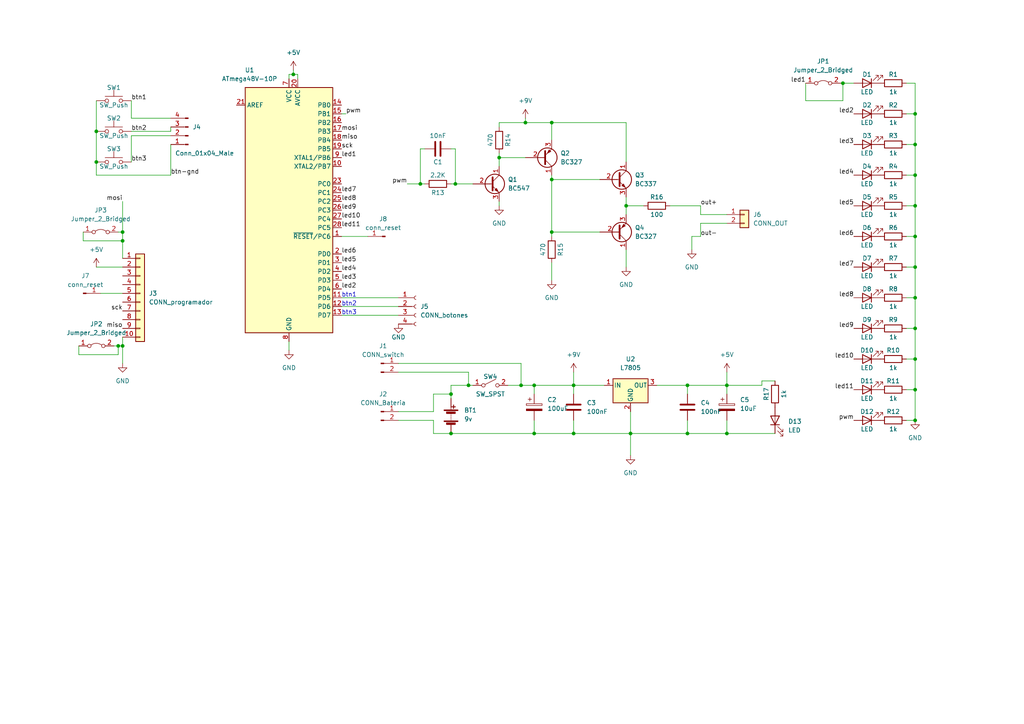
<source format=kicad_sch>
(kicad_sch (version 20211123) (generator eeschema)
  (paper "A4")
  (lib_symbols
    (symbol "Connector:Conn_01x01_Male" (pin_names (offset 1.016) hide)
      (property "Reference" "J" (at 0 2.54 0))
      (property "Value" "Conn_01x01_Male" (at 0 -2.54 0))
      (symbol "Conn_01x01_Male_1_1"
        (polyline (pts (xy 1.27 0) (xy 0.8636 0)) (stroke (width 0.1524)))
        (rectangle (start 0.8636 0.127) (end 0 -0.127) (stroke (width 0.1524)) (fill (type outline)))
        (pin passive line (at 5.08 0 180) (length 3.81) (name "Pin_1") (number "1"))
      )
    )
    (symbol "Connector:Conn_01x02_Male" (pin_names (offset 1.016) hide)
      (property "Reference" "J" (at 0 2.54 0))
      (property "Value" "Conn_01x02_Male" (at 0 -5.08 0))
      (symbol "Conn_01x02_Male_1_1"
        (polyline (pts (xy 1.27 -2.54) (xy 0.8636 -2.54)) (stroke (width 0.1524)))
        (polyline (pts (xy 1.27 0) (xy 0.8636 0)) (stroke (width 0.1524)))
        (rectangle (start 0.8636 -2.413) (end 0 -2.667) (stroke (width 0.1524)) (fill (type outline)))
        (rectangle (start 0.8636 0.127) (end 0 -0.127) (stroke (width 0.1524)) (fill (type outline)))
        (pin passive line (at 5.08 0 180) (length 3.81) (name "Pin_1") (number "1"))
        (pin passive line (at 5.08 -2.54 180) (length 3.81) (name "Pin_2") (number "2"))
      )
    )
    (symbol "Connector:Conn_01x04_Female" (pin_names (offset 1.016) hide)
      (property "Reference" "J" (at 0 5.08 0))
      (property "Value" "Conn_01x04_Female" (at 0 -7.62 0))
      (symbol "Conn_01x04_Female_1_1"
        (arc (start 0 -4.572) (mid -0.508 -5.08) (end 0 -5.588) (stroke (width 0.1524)))
        (arc (start 0 -2.032) (mid -0.508 -2.54) (end 0 -3.048) (stroke (width 0.1524)))
        (polyline (pts (xy -1.27 -5.08) (xy -0.508 -5.08)) (stroke (width 0.1524)))
        (polyline (pts (xy -1.27 -2.54) (xy -0.508 -2.54)) (stroke (width 0.1524)))
        (polyline (pts (xy -1.27 0) (xy -0.508 0)) (stroke (width 0.1524)))
        (polyline (pts (xy -1.27 2.54) (xy -0.508 2.54)) (stroke (width 0.1524)))
        (arc (start 0 0.508) (mid -0.508 0) (end 0 -0.508) (stroke (width 0.1524)))
        (arc (start 0 3.048) (mid -0.508 2.54) (end 0 2.032) (stroke (width 0.1524)))
        (pin passive line (at -5.08 2.54 0) (length 3.81) (name "Pin_1") (number "1"))
        (pin passive line (at -5.08 0 0) (length 3.81) (name "Pin_2") (number "2"))
        (pin passive line (at -5.08 -2.54 0) (length 3.81) (name "Pin_3") (number "3"))
        (pin passive line (at -5.08 -5.08 0) (length 3.81) (name "Pin_4") (number "4"))
      )
    )
    (symbol "Connector:Conn_01x04_Male" (pin_names (offset 1.016) hide)
      (property "Reference" "J" (at 0 5.08 0))
      (property "Value" "Conn_01x04_Male" (at 0 -7.62 0))
      (symbol "Conn_01x04_Male_1_1"
        (polyline (pts (xy 1.27 -5.08) (xy 0.8636 -5.08)) (stroke (width 0.1524)))
        (polyline (pts (xy 1.27 -2.54) (xy 0.8636 -2.54)) (stroke (width 0.1524)))
        (polyline (pts (xy 1.27 0) (xy 0.8636 0)) (stroke (width 0.1524)))
        (polyline (pts (xy 1.27 2.54) (xy 0.8636 2.54)) (stroke (width 0.1524)))
        (rectangle (start 0.8636 -4.953) (end 0 -5.207) (stroke (width 0.1524)) (fill (type outline)))
        (rectangle (start 0.8636 -2.413) (end 0 -2.667) (stroke (width 0.1524)) (fill (type outline)))
        (rectangle (start 0.8636 0.127) (end 0 -0.127) (stroke (width 0.1524)) (fill (type outline)))
        (rectangle (start 0.8636 2.667) (end 0 2.413) (stroke (width 0.1524)) (fill (type outline)))
        (pin passive line (at 5.08 2.54 180) (length 3.81) (name "Pin_1") (number "1"))
        (pin passive line (at 5.08 0 180) (length 3.81) (name "Pin_2") (number "2"))
        (pin passive line (at 5.08 -2.54 180) (length 3.81) (name "Pin_3") (number "3"))
        (pin passive line (at 5.08 -5.08 180) (length 3.81) (name "Pin_4") (number "4"))
      )
    )
    (symbol "Connector_Generic:Conn_01x02" (pin_names (offset 1.016) hide)
      (property "Reference" "J" (at 0 2.54 0))
      (property "Value" "Conn_01x02" (at 0 -5.08 0))
      (symbol "Conn_01x02_1_1"
        (rectangle (start -1.27 -2.413) (end 0 -2.667) (stroke (width 0.1524)))
        (rectangle (start -1.27 0.127) (end 0 -0.127) (stroke (width 0.1524)))
        (rectangle (start -1.27 1.27) (end 1.27 -3.81) (stroke (width 0.254)) (fill (type background)))
        (pin passive line (at -5.08 0 0) (length 3.81) (name "Pin_1") (number "1"))
        (pin passive line (at -5.08 -2.54 0) (length 3.81) (name "Pin_2") (number "2"))
      )
    )
    (symbol "Connector_Generic:Conn_01x10" (pin_names (offset 1.016) hide)
      (property "Reference" "J" (at 0 12.7 0))
      (property "Value" "Conn_01x10" (at 0 -15.24 0))
      (symbol "Conn_01x10_1_1"
        (rectangle (start -1.27 -12.573) (end 0 -12.827) (stroke (width 0.1524)))
        (rectangle (start -1.27 -10.033) (end 0 -10.287) (stroke (width 0.1524)))
        (rectangle (start -1.27 -7.493) (end 0 -7.747) (stroke (width 0.1524)))
        (rectangle (start -1.27 -4.953) (end 0 -5.207) (stroke (width 0.1524)))
        (rectangle (start -1.27 -2.413) (end 0 -2.667) (stroke (width 0.1524)))
        (rectangle (start -1.27 0.127) (end 0 -0.127) (stroke (width 0.1524)))
        (rectangle (start -1.27 2.667) (end 0 2.413) (stroke (width 0.1524)))
        (rectangle (start -1.27 5.207) (end 0 4.953) (stroke (width 0.1524)))
        (rectangle (start -1.27 7.747) (end 0 7.493) (stroke (width 0.1524)))
        (rectangle (start -1.27 10.287) (end 0 10.033) (stroke (width 0.1524)))
        (rectangle (start -1.27 11.43) (end 1.27 -13.97) (stroke (width 0.254)) (fill (type background)))
        (pin passive line (at -5.08 10.16 0) (length 3.81) (name "Pin_1") (number "1"))
        (pin passive line (at -5.08 -12.7 0) (length 3.81) (name "Pin_10") (number "10"))
        (pin passive line (at -5.08 7.62 0) (length 3.81) (name "Pin_2") (number "2"))
        (pin passive line (at -5.08 5.08 0) (length 3.81) (name "Pin_3") (number "3"))
        (pin passive line (at -5.08 2.54 0) (length 3.81) (name "Pin_4") (number "4"))
        (pin passive line (at -5.08 0 0) (length 3.81) (name "Pin_5") (number "5"))
        (pin passive line (at -5.08 -2.54 0) (length 3.81) (name "Pin_6") (number "6"))
        (pin passive line (at -5.08 -5.08 0) (length 3.81) (name "Pin_7") (number "7"))
        (pin passive line (at -5.08 -7.62 0) (length 3.81) (name "Pin_8") (number "8"))
        (pin passive line (at -5.08 -10.16 0) (length 3.81) (name "Pin_9") (number "9"))
      )
    )
    (symbol "Device:Battery" (pin_numbers hide) (pin_names (offset 0) hide)
      (property "Reference" "BT" (at 2.54 2.54 0))
      (property "Value" "Battery" (at 2.54 0 0))
      (symbol "Battery_0_1"
        (rectangle (start -2.032 -1.397) (end 2.032 -1.651) (fill (type outline)))
        (rectangle (start -2.032 1.778) (end 2.032 1.524) (fill (type outline)))
        (rectangle (start -1.3208 -1.9812) (end 1.27 -2.4892) (fill (type outline)))
        (rectangle (start -1.3208 1.1938) (end 1.27 0.6858) (fill (type outline)))
        (polyline (pts (xy 0 -1.524) (xy 0 -1.27)))
        (polyline (pts (xy 0 -1.016) (xy 0 -0.762)))
        (polyline (pts (xy 0 -0.508) (xy 0 -0.254)))
        (polyline (pts (xy 0 0) (xy 0 0.254)))
        (polyline (pts (xy 0 0.508) (xy 0 0.762)))
        (polyline (pts (xy 0 1.778) (xy 0 2.54)))
        (polyline (pts (xy 0.254 2.667) (xy 1.27 2.667)) (stroke (width 0.254)))
        (polyline (pts (xy 0.762 3.175) (xy 0.762 2.159)) (stroke (width 0.254)))
      )
      (symbol "Battery_1_1"
        (pin passive line (at 0 5.08 270) (length 2.54) (name "+") (number "1"))
        (pin passive line (at 0 -5.08 90) (length 2.54) (name "-") (number "2"))
      )
    )
    (symbol "Device:C" (pin_numbers hide) (pin_names (offset 0.254))
      (property "Reference" "C" (at 0.635 2.54 0))
      (property "Value" "C" (at 0.635 -2.54 0))
      (symbol "C_0_1"
        (polyline (pts (xy -2.032 -0.762) (xy 2.032 -0.762)) (stroke (width 0.508)))
        (polyline (pts (xy -2.032 0.762) (xy 2.032 0.762)) (stroke (width 0.508)))
      )
      (symbol "C_1_1"
        (pin passive line (at 0 3.81 270) (length 2.794) (name "~") (number "1"))
        (pin passive line (at 0 -3.81 90) (length 2.794) (name "~") (number "2"))
      )
    )
    (symbol "Device:C_Polarized" (pin_numbers hide) (pin_names (offset 0.254))
      (property "Reference" "C" (at 0.635 2.54 0))
      (property "Value" "C_Polarized" (at 0.635 -2.54 0))
      (symbol "C_Polarized_0_1"
        (rectangle (start -2.286 0.508) (end 2.286 1.016))
        (polyline (pts (xy -1.778 2.286) (xy -0.762 2.286)))
        (polyline (pts (xy -1.27 2.794) (xy -1.27 1.778)))
        (rectangle (start 2.286 -0.508) (end -2.286 -1.016) (fill (type outline)))
      )
      (symbol "C_Polarized_1_1"
        (pin passive line (at 0 3.81 270) (length 2.794) (name "~") (number "1"))
        (pin passive line (at 0 -3.81 90) (length 2.794) (name "~") (number "2"))
      )
    )
    (symbol "Device:LED" (pin_numbers hide) (pin_names (offset 1.016) hide)
      (property "Reference" "D" (at 0 2.54 0))
      (property "Value" "LED" (at 0 -2.54 0))
      (symbol "LED_0_1"
        (polyline (pts (xy -1.27 -1.27) (xy -1.27 1.27)) (stroke (width 0.254)))
        (polyline (pts (xy -1.27 0) (xy 1.27 0)))
        (polyline (pts (xy 1.27 -1.27) (xy 1.27 1.27) (xy -1.27 0) (xy 1.27 -1.27)) (stroke (width 0.254)))
        (polyline (pts (xy -3.048 -0.762) (xy -4.572 -2.286) (xy -3.81 -2.286) (xy -4.572 -2.286) (xy -4.572 -1.524)))
        (polyline (pts (xy -1.778 -0.762) (xy -3.302 -2.286) (xy -2.54 -2.286) (xy -3.302 -2.286) (xy -3.302 -1.524)))
      )
      (symbol "LED_1_1"
        (pin passive line (at -3.81 0 0) (length 2.54) (name "K") (number "1"))
        (pin passive line (at 3.81 0 180) (length 2.54) (name "A") (number "2"))
      )
    )
    (symbol "Device:R" (pin_numbers hide) (pin_names (offset 0))
      (property "Reference" "R" (at 2.032 0 90))
      (property "Value" "R" (at 0 0 90))
      (symbol "R_0_1"
        (rectangle (start -1.016 -2.54) (end 1.016 2.54) (stroke (width 0.254)))
      )
      (symbol "R_1_1"
        (pin passive line (at 0 3.81 270) (length 1.27) (name "~") (number "1"))
        (pin passive line (at 0 -3.81 90) (length 1.27) (name "~") (number "2"))
      )
    )
    (symbol "Jumper:Jumper_2_Bridged" (pin_names (offset 0) hide)
      (property "Reference" "JP" (at 0 1.905 0))
      (property "Value" "Jumper_2_Bridged" (at 0 -2.54 0))
      (symbol "Jumper_2_Bridged_0_0"
        (circle (center -2.032 0) (radius 0.508))
        (circle (center 2.032 0) (radius 0.508))
      )
      (symbol "Jumper_2_Bridged_0_1"
        (arc (start 1.524 0.254) (mid 0 0.762) (end -1.524 0.254))
      )
      (symbol "Jumper_2_Bridged_1_1"
        (pin passive line (at -5.08 0 0) (length 2.54) (name "A") (number "1"))
        (pin passive line (at 5.08 0 180) (length 2.54) (name "B") (number "2"))
      )
    )
    (symbol "MCU_Microchip_ATmega:ATmega48V-10P"
      (property "Reference" "U" (at -12.7 36.83 0))
      (property "Value" "ATmega48V-10P" (at 2.54 -36.83 0))
      (symbol "ATmega48V-10P_0_1"
        (rectangle (start -12.7 -35.56) (end 12.7 35.56) (stroke (width 0.254)) (fill (type background)))
      )
      (symbol "ATmega48V-10P_1_1"
        (pin bidirectional line (at 15.24 -7.62 180) (length 2.54) (name "~{RESET}/PC6") (number "1"))
        (pin bidirectional line (at 15.24 12.7 180) (length 2.54) (name "XTAL2/PB7") (number "10"))
        (pin bidirectional line (at 15.24 -25.4 180) (length 2.54) (name "PD5") (number "11"))
        (pin bidirectional line (at 15.24 -27.94 180) (length 2.54) (name "PD6") (number "12"))
        (pin bidirectional line (at 15.24 -30.48 180) (length 2.54) (name "PD7") (number "13"))
        (pin bidirectional line (at 15.24 30.48 180) (length 2.54) (name "PB0") (number "14"))
        (pin bidirectional line (at 15.24 27.94 180) (length 2.54) (name "PB1") (number "15"))
        (pin bidirectional line (at 15.24 25.4 180) (length 2.54) (name "PB2") (number "16"))
        (pin bidirectional line (at 15.24 22.86 180) (length 2.54) (name "PB3") (number "17"))
        (pin bidirectional line (at 15.24 20.32 180) (length 2.54) (name "PB4") (number "18"))
        (pin bidirectional line (at 15.24 17.78 180) (length 2.54) (name "PB5") (number "19"))
        (pin bidirectional line (at 15.24 -12.7 180) (length 2.54) (name "PD0") (number "2"))
        (pin power_in line (at 2.54 38.1 270) (length 2.54) (name "AVCC") (number "20"))
        (pin passive line (at -15.24 30.48 0) (length 2.54) (name "AREF") (number "21"))
        (pin passive line (at 0 -38.1 90) (length 2.54) hide (name "GND") (number "22"))
        (pin bidirectional line (at 15.24 7.62 180) (length 2.54) (name "PC0") (number "23"))
        (pin bidirectional line (at 15.24 5.08 180) (length 2.54) (name "PC1") (number "24"))
        (pin bidirectional line (at 15.24 2.54 180) (length 2.54) (name "PC2") (number "25"))
        (pin bidirectional line (at 15.24 0 180) (length 2.54) (name "PC3") (number "26"))
        (pin bidirectional line (at 15.24 -2.54 180) (length 2.54) (name "PC4") (number "27"))
        (pin bidirectional line (at 15.24 -5.08 180) (length 2.54) (name "PC5") (number "28"))
        (pin bidirectional line (at 15.24 -15.24 180) (length 2.54) (name "PD1") (number "3"))
        (pin bidirectional line (at 15.24 -17.78 180) (length 2.54) (name "PD2") (number "4"))
        (pin bidirectional line (at 15.24 -20.32 180) (length 2.54) (name "PD3") (number "5"))
        (pin bidirectional line (at 15.24 -22.86 180) (length 2.54) (name "PD4") (number "6"))
        (pin power_in line (at 0 38.1 270) (length 2.54) (name "VCC") (number "7"))
        (pin power_in line (at 0 -38.1 90) (length 2.54) (name "GND") (number "8"))
        (pin bidirectional line (at 15.24 15.24 180) (length 2.54) (name "XTAL1/PB6") (number "9"))
      )
    )
    (symbol "Regulator_Linear:L7805" (pin_names (offset 0.254))
      (property "Reference" "U" (at -3.81 3.175 0))
      (property "Value" "L7805" (at 0 3.175 0))
      (symbol "L7805_0_1"
        (rectangle (start -5.08 1.905) (end 5.08 -5.08) (stroke (width 0.254)) (fill (type background)))
      )
      (symbol "L7805_1_1"
        (pin power_in line (at -7.62 0 0) (length 2.54) (name "IN") (number "1"))
        (pin power_in line (at 0 -7.62 90) (length 2.54) (name "GND") (number "2"))
        (pin power_out line (at 7.62 0 180) (length 2.54) (name "OUT") (number "3"))
      )
    )
    (symbol "Switch:SW_Push" (pin_numbers hide) (pin_names (offset 1.016) hide)
      (property "Reference" "SW" (at 1.27 2.54 0))
      (property "Value" "SW_Push" (at 0 -1.524 0))
      (symbol "SW_Push_0_1"
        (circle (center -2.032 0) (radius 0.508))
        (polyline (pts (xy 0 1.27) (xy 0 3.048)))
        (polyline (pts (xy 2.54 1.27) (xy -2.54 1.27)))
        (circle (center 2.032 0) (radius 0.508))
        (pin passive line (at -5.08 0 0) (length 2.54) (name "1") (number "1"))
        (pin passive line (at 5.08 0 180) (length 2.54) (name "2") (number "2"))
      )
    )
    (symbol "Switch:SW_SPST" (pin_names (offset 0) hide)
      (property "Reference" "SW" (at 0 3.175 0))
      (property "Value" "SW_SPST" (at 0 -2.54 0))
      (symbol "SW_SPST_0_0"
        (circle (center -2.032 0) (radius 0.508))
        (polyline (pts (xy -1.524 0.254) (xy 1.524 1.778)))
        (circle (center 2.032 0) (radius 0.508))
      )
      (symbol "SW_SPST_1_1"
        (pin passive line (at -5.08 0 0) (length 2.54) (name "A") (number "1"))
        (pin passive line (at 5.08 0 180) (length 2.54) (name "B") (number "2"))
      )
    )
    (symbol "Transistor_BJT:BC327" (pin_names (offset 0) hide)
      (property "Reference" "Q" (at 5.08 1.905 0))
      (property "Value" "BC327" (at 5.08 0 0))
      (symbol "BC327_0_1"
        (polyline (pts (xy 0.635 0.635) (xy 2.54 2.54)))
        (polyline (pts (xy 0.635 -0.635) (xy 2.54 -2.54) (xy 2.54 -2.54)))
        (polyline (pts (xy 0.635 1.905) (xy 0.635 -1.905) (xy 0.635 -1.905)) (stroke (width 0.508)))
        (polyline (pts (xy 2.286 -1.778) (xy 1.778 -2.286) (xy 1.27 -1.27) (xy 2.286 -1.778) (xy 2.286 -1.778)) (fill (type outline)))
        (circle (center 1.27 0) (radius 2.8194) (stroke (width 0.254)))
      )
      (symbol "BC327_1_1"
        (pin passive line (at 2.54 5.08 270) (length 2.54) (name "C") (number "1"))
        (pin input line (at -5.08 0 0) (length 5.715) (name "B") (number "2"))
        (pin passive line (at 2.54 -5.08 90) (length 2.54) (name "E") (number "3"))
      )
    )
    (symbol "Transistor_BJT:BC337" (pin_names (offset 0) hide)
      (property "Reference" "Q" (at 5.08 1.905 0))
      (property "Value" "BC337" (at 5.08 0 0))
      (symbol "BC337_0_1"
        (polyline (pts (xy 0 0) (xy 0.635 0)))
        (polyline (pts (xy 0.635 0.635) (xy 2.54 2.54)))
        (polyline (pts (xy 0.635 -0.635) (xy 2.54 -2.54) (xy 2.54 -2.54)))
        (polyline (pts (xy 0.635 1.905) (xy 0.635 -1.905) (xy 0.635 -1.905)) (stroke (width 0.508)))
        (polyline (pts (xy 1.27 -1.778) (xy 1.778 -1.27) (xy 2.286 -2.286) (xy 1.27 -1.778) (xy 1.27 -1.778)) (fill (type outline)))
        (circle (center 1.27 0) (radius 2.8194) (stroke (width 0.254)))
      )
      (symbol "BC337_1_1"
        (pin passive line (at 2.54 5.08 270) (length 2.54) (name "C") (number "1"))
        (pin input line (at -5.08 0 0) (length 5.08) (name "B") (number "2"))
        (pin passive line (at 2.54 -5.08 90) (length 2.54) (name "E") (number "3"))
      )
    )
    (symbol "Transistor_BJT:BC547" (pin_names (offset 0) hide)
      (property "Reference" "Q" (at 5.08 1.905 0))
      (property "Value" "BC547" (at 5.08 0 0))
      (symbol "BC547_0_1"
        (polyline (pts (xy 0 0) (xy 0.635 0)))
        (polyline (pts (xy 0.635 0.635) (xy 2.54 2.54)))
        (polyline (pts (xy 0.635 -0.635) (xy 2.54 -2.54) (xy 2.54 -2.54)))
        (polyline (pts (xy 0.635 1.905) (xy 0.635 -1.905) (xy 0.635 -1.905)) (stroke (width 0.508)))
        (polyline (pts (xy 1.27 -1.778) (xy 1.778 -1.27) (xy 2.286 -2.286) (xy 1.27 -1.778) (xy 1.27 -1.778)) (fill (type outline)))
        (circle (center 1.27 0) (radius 2.8194) (stroke (width 0.254)))
      )
      (symbol "BC547_1_1"
        (pin passive line (at 2.54 5.08 270) (length 2.54) (name "C") (number "1"))
        (pin input line (at -5.08 0 0) (length 5.08) (name "B") (number "2"))
        (pin passive line (at 2.54 -5.08 90) (length 2.54) (name "E") (number "3"))
      )
    )
    (symbol "power:+5V" (power) (pin_names (offset 0))
      (property "Value" "+5V" (at 0 3.556 0))
      (symbol "+5V_0_1"
        (polyline (pts (xy -0.762 1.27) (xy 0 2.54)))
        (polyline (pts (xy 0 0) (xy 0 2.54)))
        (polyline (pts (xy 0 2.54) (xy 0.762 1.27)))
      )
      (symbol "+5V_1_1"
        (pin power_in line (at 0 0 90) (length 0) hide (name "+5V") (number "1"))
      )
    )
    (symbol "power:+9V" (power) (pin_names (offset 0))
      (property "Value" "+9V" (at 0 3.556 0))
      (symbol "+9V_0_1"
        (polyline (pts (xy -0.762 1.27) (xy 0 2.54)))
        (polyline (pts (xy 0 0) (xy 0 2.54)))
        (polyline (pts (xy 0 2.54) (xy 0.762 1.27)))
      )
      (symbol "+9V_1_1"
        (pin power_in line (at 0 0 90) (length 0) hide (name "+9V") (number "1"))
      )
    )
    (symbol "power:GND" (power) (pin_names (offset 0))
      (property "Value" "GND" (at 0 -3.81 0))
      (symbol "GND_0_1"
        (polyline (pts (xy 0 0) (xy 0 -1.27) (xy 1.27 -1.27) (xy 0 -2.54) (xy -1.27 -1.27) (xy 0 -1.27)))
      )
      (symbol "GND_1_1"
        (pin power_in line (at 0 0 270) (length 0) hide (name "GND") (number "1"))
      )
    )
  )
  (junction (at 27.94 38.1))
  (junction (at 265.43 68.58))
  (junction (at 160.02 67.31))
  (junction (at 210.82 125.73))
  (junction (at 199.39 125.73))
  (junction (at 35.56 69.85))
  (junction (at 160.02 35.56))
  (junction (at 132.08 53.34))
  (junction (at 130.81 125.73))
  (junction (at 152.4 35.56))
  (junction (at 144.78 45.72))
  (junction (at 182.88 125.73))
  (junction (at 265.43 121.92))
  (junction (at 265.43 86.36))
  (junction (at 181.61 59.69))
  (junction (at 154.94 125.73))
  (junction (at 135.89 111.76))
  (junction (at 160.02 52.07))
  (junction (at 265.43 59.69))
  (junction (at 265.43 104.14))
  (junction (at 265.43 113.03))
  (junction (at 265.43 95.25))
  (junction (at 244.475 24.13))
  (junction (at 166.37 111.76))
  (junction (at 210.82 111.76))
  (junction (at 151.13 111.76))
  (junction (at 166.37 125.73))
  (junction (at 265.43 77.47))
  (junction (at 199.39 111.76))
  (junction (at 130.81 114.3))
  (junction (at 27.94 46.99))
  (junction (at 265.43 33.02))
  (junction (at 35.56 67.31))
  (junction (at 154.94 111.76))
  (junction (at 35.56 100.33))
  (junction (at 265.43 50.8))
  (junction (at 85.09 21.59))
  (junction (at 121.92 53.34))
  (junction (at 265.43 41.91))
  (junction (at 34.29 100.33))
  (wire (pts (xy 265.43 68.58) (xy 265.43 77.47)))
  (wire (pts (xy 265.43 104.14) (xy 265.43 113.03)))
  (wire (pts (xy 35.56 97.79) (xy 35.56 100.33)))
  (wire (pts (xy 85.09 20.32) (xy 85.09 21.59)))
  (wire (pts (xy 121.92 53.34) (xy 123.19 53.34)))
  (wire (pts (xy 244.475 29.21) (xy 244.475 24.13)))
  (wire (pts (xy 35.56 67.31) (xy 35.56 69.85)))
  (wire (pts (xy 262.89 95.25) (xy 265.43 95.25)))
  (wire (pts (xy 233.68 29.21) (xy 244.475 29.21)))
  (wire (pts (xy 210.82 114.3) (xy 210.82 111.76)))
  (wire (pts (xy 38.1 39.37) (xy 38.1 46.99)))
  (wire (pts (xy 210.82 111.76) (xy 199.39 111.76)))
  (wire (pts (xy 210.82 64.77) (xy 203.2 64.77)))
  (wire (pts (xy 200.66 72.39) (xy 200.66 68.58)))
  (wire (pts (xy 210.82 107.95) (xy 210.82 111.76)))
  (wire (pts (xy 154.94 121.92) (xy 154.94 125.73)))
  (wire (pts (xy 152.4 35.56) (xy 160.02 35.56)))
  (wire (pts (xy 265.43 113.03) (xy 265.43 121.92)))
  (wire (pts (xy 144.78 44.45) (xy 144.78 45.72)))
  (wire (pts (xy 262.89 59.69) (xy 265.43 59.69)))
  (wire (pts (xy 154.94 125.73) (xy 166.37 125.73)))
  (wire (pts (xy 243.84 24.13) (xy 244.475 24.13)))
  (wire (pts (xy 121.92 43.18) (xy 121.92 53.34)))
  (wire (pts (xy 262.89 68.58) (xy 265.43 68.58)))
  (wire (pts (xy 154.94 111.76) (xy 154.94 114.3)))
  (wire (pts (xy 160.02 67.31) (xy 173.99 67.31)))
  (wire (pts (xy 144.78 45.72) (xy 152.4 45.72)))
  (wire (pts (xy 99.06 68.58) (xy 106.68 68.58)))
  (wire (pts (xy 35.56 100.33) (xy 35.56 105.41)))
  (wire (pts (xy 265.43 59.69) (xy 265.43 68.58)))
  (wire (pts (xy 147.32 111.76) (xy 151.13 111.76)))
  (wire (pts (xy 49.53 34.29) (xy 38.1 34.29)))
  (wire (pts (xy 118.11 53.34) (xy 121.92 53.34)))
  (wire (pts (xy 38.1 38.1) (xy 49.53 38.1)))
  (wire (pts (xy 160.02 35.56) (xy 160.02 40.64)))
  (wire (pts (xy 135.89 111.76) (xy 130.81 111.76)))
  (wire (pts (xy 210.82 125.73) (xy 210.82 121.92)))
  (wire (pts (xy 22.86 102.87) (xy 34.29 102.87)))
  (wire (pts (xy 135.89 107.95) (xy 135.89 111.76)))
  (wire (pts (xy 262.89 24.13) (xy 265.43 24.13)))
  (wire (pts (xy 265.43 86.36) (xy 265.43 95.25)))
  (wire (pts (xy 99.06 86.36) (xy 115.57 86.36)))
  (wire (pts (xy 244.475 24.13) (xy 247.65 24.13)))
  (wire (pts (xy 224.79 125.73) (xy 210.82 125.73)))
  (wire (pts (xy 181.61 59.69) (xy 186.69 59.69)))
  (wire (pts (xy 34.29 67.31) (xy 35.56 67.31)))
  (wire (pts (xy 132.08 53.34) (xy 137.16 53.34)))
  (wire (pts (xy 154.94 111.76) (xy 166.37 111.76)))
  (wire (pts (xy 130.81 111.76) (xy 130.81 114.3)))
  (wire (pts (xy 99.06 91.44) (xy 115.57 91.44)))
  (wire (pts (xy 151.13 105.41) (xy 151.13 111.76)))
  (wire (pts (xy 262.89 121.92) (xy 265.43 121.92)))
  (wire (pts (xy 35.56 69.85) (xy 35.56 74.93)))
  (wire (pts (xy 27.94 50.8) (xy 49.53 50.8)))
  (wire (pts (xy 160.02 52.07) (xy 160.02 67.31)))
  (wire (pts (xy 130.81 43.18) (xy 132.08 43.18)))
  (wire (pts (xy 49.53 38.1) (xy 49.53 36.83)))
  (wire (pts (xy 22.86 100.33) (xy 22.86 102.87)))
  (wire (pts (xy 151.13 111.76) (xy 154.94 111.76)))
  (wire (pts (xy 132.08 43.18) (xy 132.08 53.34)))
  (wire (pts (xy 130.81 125.73) (xy 125.73 125.73)))
  (wire (pts (xy 115.57 105.41) (xy 151.13 105.41)))
  (wire (pts (xy 265.43 77.47) (xy 265.43 86.36)))
  (wire (pts (xy 86.36 22.86) (xy 86.36 21.59)))
  (wire (pts (xy 199.39 114.3) (xy 199.39 111.76)))
  (wire (pts (xy 38.1 34.29) (xy 38.1 29.21)))
  (wire (pts (xy 24.13 69.85) (xy 35.56 69.85)))
  (wire (pts (xy 262.89 77.47) (xy 265.43 77.47)))
  (wire (pts (xy 166.37 121.92) (xy 166.37 125.73)))
  (wire (pts (xy 262.89 86.36) (xy 265.43 86.36)))
  (wire (pts (xy 144.78 35.56) (xy 144.78 36.83)))
  (wire (pts (xy 203.2 64.77) (xy 203.2 68.58)))
  (wire (pts (xy 262.89 104.14) (xy 265.43 104.14)))
  (wire (pts (xy 83.82 22.86) (xy 83.82 21.59)))
  (wire (pts (xy 125.73 114.3) (xy 130.81 114.3)))
  (wire (pts (xy 130.81 53.34) (xy 132.08 53.34)))
  (wire (pts (xy 199.39 111.76) (xy 190.5 111.76)))
  (wire (pts (xy 160.02 76.2) (xy 160.02 81.28)))
  (wire (pts (xy 181.61 57.15) (xy 181.61 59.69)))
  (wire (pts (xy 85.09 21.59) (xy 86.36 21.59)))
  (wire (pts (xy 160.02 52.07) (xy 160.02 50.8)))
  (wire (pts (xy 262.89 41.91) (xy 265.43 41.91)))
  (wire (pts (xy 144.78 45.72) (xy 144.78 48.26)))
  (wire (pts (xy 199.39 121.92) (xy 199.39 125.73)))
  (wire (pts (xy 27.94 38.1) (xy 27.94 46.99)))
  (wire (pts (xy 100.33 33.02) (xy 99.06 33.02)))
  (wire (pts (xy 130.81 125.73) (xy 154.94 125.73)))
  (wire (pts (xy 49.53 50.8) (xy 49.53 41.91)))
  (wire (pts (xy 144.78 59.69) (xy 144.78 58.42)))
  (wire (pts (xy 160.02 67.31) (xy 160.02 68.58)))
  (wire (pts (xy 160.02 35.56) (xy 181.61 35.56)))
  (wire (pts (xy 220.98 110.49) (xy 224.79 110.49)))
  (wire (pts (xy 262.89 113.03) (xy 265.43 113.03)))
  (wire (pts (xy 262.89 50.8) (xy 265.43 50.8)))
  (wire (pts (xy 233.68 24.13) (xy 233.68 29.21)))
  (wire (pts (xy 99.06 88.9) (xy 115.57 88.9)))
  (wire (pts (xy 210.82 111.76) (xy 220.98 111.76)))
  (wire (pts (xy 265.43 33.02) (xy 265.43 41.91)))
  (wire (pts (xy 130.81 114.3) (xy 130.81 115.57)))
  (wire (pts (xy 83.82 99.06) (xy 83.82 101.6)))
  (wire (pts (xy 34.29 100.33) (xy 35.56 100.33)))
  (wire (pts (xy 125.73 119.38) (xy 125.73 114.3)))
  (wire (pts (xy 166.37 125.73) (xy 182.88 125.73)))
  (wire (pts (xy 203.2 59.69) (xy 203.2 62.23)))
  (wire (pts (xy 49.53 39.37) (xy 38.1 39.37)))
  (wire (pts (xy 115.57 121.92) (xy 125.73 121.92)))
  (wire (pts (xy 115.57 119.38) (xy 125.73 119.38)))
  (wire (pts (xy 83.82 21.59) (xy 85.09 21.59)))
  (wire (pts (xy 181.61 59.69) (xy 181.61 62.23)))
  (wire (pts (xy 182.88 119.38) (xy 182.88 125.73)))
  (wire (pts (xy 182.88 125.73) (xy 182.88 132.08)))
  (wire (pts (xy 182.88 125.73) (xy 199.39 125.73)))
  (wire (pts (xy 144.78 35.56) (xy 152.4 35.56)))
  (wire (pts (xy 175.26 111.76) (xy 166.37 111.76)))
  (wire (pts (xy 173.99 52.07) (xy 160.02 52.07)))
  (wire (pts (xy 121.92 43.18) (xy 123.19 43.18)))
  (wire (pts (xy 115.57 107.95) (xy 135.89 107.95)))
  (wire (pts (xy 181.61 46.99) (xy 181.61 35.56)))
  (wire (pts (xy 265.43 50.8) (xy 265.43 59.69)))
  (wire (pts (xy 125.73 121.92) (xy 125.73 125.73)))
  (wire (pts (xy 203.2 59.69) (xy 194.31 59.69)))
  (wire (pts (xy 166.37 107.95) (xy 166.37 111.76)))
  (wire (pts (xy 199.39 125.73) (xy 210.82 125.73)))
  (wire (pts (xy 203.2 62.23) (xy 210.82 62.23)))
  (wire (pts (xy 265.43 41.91) (xy 265.43 50.8)))
  (wire (pts (xy 33.02 100.33) (xy 34.29 100.33)))
  (wire (pts (xy 27.94 46.99) (xy 27.94 50.8)))
  (wire (pts (xy 200.66 68.58) (xy 203.2 68.58)))
  (wire (pts (xy 181.61 72.39) (xy 181.61 77.47)))
  (wire (pts (xy 265.43 24.13) (xy 265.43 33.02)))
  (wire (pts (xy 262.89 33.02) (xy 265.43 33.02)))
  (wire (pts (xy 152.4 34.29) (xy 152.4 35.56)))
  (wire (pts (xy 166.37 111.76) (xy 166.37 114.3)))
  (wire (pts (xy 220.98 111.76) (xy 220.98 110.49)))
  (wire (pts (xy 265.43 95.25) (xy 265.43 104.14)))
  (wire (pts (xy 27.94 29.21) (xy 27.94 38.1)))
  (wire (pts (xy 35.56 58.42) (xy 35.56 67.31)))
  (wire (pts (xy 34.29 100.33) (xy 34.29 102.87)))
  (wire (pts (xy 137.16 111.76) (xy 135.89 111.76)))
  (wire (pts (xy 29.21 85.09) (xy 35.56 85.09)))
  (wire (pts (xy 24.13 67.31) (xy 24.13 69.85)))
  (wire (pts (xy 27.94 77.47) (xy 35.56 77.47)))
  (text "btn1" (at 99.06 86.36 0) (effects (font (size 1.27 1.27)) (justify left bottom)))
  (text "btn3" (at 99.06 91.44 0) (effects (font (size 1.27 1.27)) (justify left bottom)))
  (text "btn2" (at 99.06 88.9 0) (effects (font (size 1.27 1.27)) (justify left bottom)))
  (label "miso" (at 35.56 95.25 180))
  (label "led6" (at 99.06 73.66 0))
  (label "btn3" (at 38.1 46.99 0))
  (label "led5" (at 99.06 76.2 0))
  (label "led3" (at 99.06 81.28 0))
  (label "btn-gnd" (at 49.53 50.8 0))
  (label "mosi" (at 35.56 58.42 180))
  (label "led5" (at 247.65 59.69 180))
  (label "miso" (at 99.06 40.64 0))
  (label "sck" (at 35.56 90.17 180))
  (label "led1" (at 99.06 45.72 0))
  (label "pwm" (at 247.65 121.92 180))
  (label "led4" (at 247.65 50.8 180))
  (label "led8" (at 99.06 58.42 0))
  (label "led11" (at 247.65 113.03 180))
  (label "led4" (at 99.06 78.74 0))
  (label "led9" (at 99.06 60.96 0))
  (label "led2" (at 247.65 33.02 180))
  (label "led10" (at 247.65 104.14 180))
  (label "out-" (at 203.2 68.58 0))
  (label "led10" (at 99.06 63.5 0))
  (label "btn1" (at 38.1 29.21 0))
  (label "led3" (at 247.65 41.91 180))
  (label "pwm" (at 118.11 53.34 180))
  (label "btn2" (at 38.1 38.1 0))
  (label "led7" (at 247.65 77.47 180))
  (label "led8" (at 247.65 86.36 180))
  (label "led11" (at 99.06 66.04 0))
  (label "led1" (at 233.68 24.13 180))
  (label "mosi" (at 99.06 38.1 0))
  (label "pwm" (at 100.33 33.02 0))
  (label "led7" (at 99.06 55.88 0))
  (label "sck" (at 99.06 43.18 0))
  (label "out+" (at 203.2 59.69 0))
  (label "led9" (at 247.65 95.25 180))
  (label "led2" (at 99.06 83.82 0))
  (label "led6" (at 247.65 68.58 180))
  (symbol (lib_id "Switch:SW_Push") (at 33.02 29.21 0) (unit 1)
    (property "Reference" "SW1" (at 33.02 25.4 0))
    (property "Value" "SW_Push" (at 33.02 30.48 0))
    (property "Footprint" "Button_Switch_THT:SW_PUSH_6mm" (effects hide))
  )
  (symbol (lib_id "Jumper:Jumper_2_Bridged") (at 27.94 100.33 0) (unit 1)
    (property "Reference" "JP2" (at 27.94 93.98 0))
    (property "Value" "Jumper_2_Bridged" (at 27.94 96.52 0))
    (property "Footprint" "TestPoint:TestPoint_Bridge_Pitch5.08mm_Drill1.3mm" (effects hide))
  )
  (symbol (lib_id "power:GND") (at 35.56 105.41 0) (unit 1)
    (property "Reference" "#PWR03" (effects hide))
    (property "Value" "GND" (at 35.56 110.49 0))
  )
  (symbol (lib_id "Connector:Conn_01x02_Male") (at 110.49 105.41 0) (unit 1)
    (property "Reference" "J1" (at 111.125 100.33 0))
    (property "Value" "CONN_switch" (at 111.125 102.87 0))
    (property "Footprint" "Connector_PinHeader_2.54mm:PinHeader_1x02_P2.54mm_Vertical" (effects hide))
  )
  (symbol (lib_id "MCU_Microchip_ATmega:ATmega48V-10P") (at 83.82 60.96 0) (unit 1)
    (property "Reference" "U1" (at 72.39 20.32 0))
    (property "Value" "ATmega48V-10P" (at 72.39 22.86 0))
    (property "Footprint" "Package_DIP:DIP-28_W7.62mm_Socket_LongPads" (effects hide))
    (property "Datasheet" "http://ww1.microchip.com/downloads/en/DeviceDoc/Atmel-2545-8-bit-AVR-Microcontroller-ATmega48-88-168_Datasheet.pdf" (effects hide))
  )
  (symbol (lib_id "Device:LED") (at 251.46 86.36 180) (unit 1)
    (property "Reference" "D8" (at 251.46 83.82 0))
    (property "Value" "LED" (at 251.46 88.9 0))
    (property "Footprint" "LED_THT:LED_D5.0mm" (effects hide))
  )
  (symbol (lib_id "Device:R") (at 259.08 104.14 270) (unit 1)
    (property "Reference" "R10" (at 259.08 101.6 90))
    (property "Value" "1k" (at 259.08 106.68 90))
    (property "Footprint" "kicad_user_libraries:krapp-res-generic" (effects hide))
  )
  (symbol (lib_id "Connector:Conn_01x04_Female") (at 120.65 88.9 0) (unit 1)
    (property "Reference" "J5" (at 121.92 88.8999 0) (effects (justify left)))
    (property "Value" "CONN_botones" (at 121.92 91.4399 0) (effects (justify left)))
    (property "Footprint" "Connector_PinSocket_2.54mm:PinSocket_1x04_P2.54mm_Vertical" (effects hide))
  )
  (symbol (lib_id "Switch:SW_SPST") (at 142.24 111.76 0) (unit 1) (on_board no)
    (property "Reference" "SW4" (at 142.24 109.22 0))
    (property "Value" "SW_SPST" (at 142.24 114.3 0))
  )
  (symbol (lib_id "Device:LED") (at 251.46 68.58 180) (unit 1)
    (property "Reference" "D6" (at 251.46 66.04 0))
    (property "Value" "LED" (at 251.46 71.12 0))
    (property "Footprint" "LED_THT:LED_D5.0mm" (effects hide))
  )
  (symbol (lib_id "Device:LED") (at 224.79 121.92 90) (unit 1)
    (property "Reference" "D13" (at 228.6 122.2374 90) (effects (justify right)))
    (property "Value" "LED" (at 228.6 124.7774 90) (effects (justify right)))
    (property "Footprint" "LED_THT:LED_D1.8mm_W3.3mm_H2.4mm" (effects hide))
  )
  (symbol (lib_id "power:GND") (at 144.78 59.69 0) (unit 1)
    (property "Reference" "#PWR09" (effects hide))
    (property "Value" "GND" (at 144.78 64.77 0))
  )
  (symbol (lib_id "Regulator_Linear:L7805") (at 182.88 111.76 0) (unit 1)
    (property "Reference" "U2" (at 182.88 104.14 0))
    (property "Value" "L7805" (at 182.88 106.68 0))
    (property "Footprint" "kicad_user_libraries:TO-220-horizontal-pads-grandes" (effects hide))
    (property "Datasheet" "http://www.st.com/content/ccc/resource/technical/document/datasheet/41/4f/b3/b0/12/d4/47/88/CD00000444.pdf/files/CD00000444.pdf/jcr:content/translations/en.CD00000444.pdf" (effects hide))
  )
  (symbol (lib_id "Device:R") (at 259.08 50.8 270) (unit 1)
    (property "Reference" "R4" (at 259.08 48.26 90))
    (property "Value" "1k" (at 259.08 53.34 90))
    (property "Footprint" "kicad_user_libraries:krapp-res-generic" (effects hide))
  )
  (symbol (lib_id "power:GND") (at 115.57 93.98 0) (unit 1)
    (property "Reference" "#PWR0102" (effects hide))
    (property "Value" "GND" (at 115.57 97.79 0))
  )
  (symbol (lib_id "Device:C") (at 199.39 118.11 0) (unit 1)
    (property "Reference" "C4" (at 203.2 116.8399 0) (effects (justify left)))
    (property "Value" "100nF" (at 203.2 119.3799 0) (effects (justify left)))
    (property "Footprint" "kicad_user_libraries:cap-disco-chico-pads-grandes" (effects hide))
  )
  (symbol (lib_id "power:+9V") (at 166.37 107.95 0) (unit 1)
    (property "Reference" "#PWR04" (effects hide))
    (property "Value" "+9V" (at 166.37 102.87 0))
  )
  (symbol (lib_id "Connector_Generic:Conn_01x10") (at 40.64 85.09 0) (unit 1)
    (property "Reference" "J3" (at 43.18 85.0899 0) (effects (justify left)))
    (property "Value" "CONN_programador" (at 43.18 87.6299 0) (effects (justify left)))
    (property "Footprint" "Connector_PinHeader_2.54mm:PinHeader_2x05_P2.54mm_Vertical" (effects hide))
  )
  (symbol (lib_id "power:GND") (at 83.82 101.6 0) (unit 1)
    (property "Reference" "#PWR06" (effects hide))
    (property "Value" "GND" (at 83.82 106.68 0))
  )
  (symbol (lib_id "Jumper:Jumper_2_Bridged") (at 29.21 67.31 0) (unit 1)
    (property "Reference" "JP3" (at 29.21 60.96 0))
    (property "Value" "Jumper_2_Bridged" (at 29.21 63.5 0))
    (property "Footprint" "TestPoint:TestPoint_Bridge_Pitch6.35mm_Drill1.3mm" (effects hide))
  )
  (symbol (lib_id "Device:C") (at 127 43.18 90) (unit 1)
    (property "Reference" "C1" (at 127 46.99 90))
    (property "Value" "10nF" (at 127 39.37 90))
    (property "Footprint" "kicad_user_libraries:cap-disco-chico-pads-grandes" (effects hide))
  )
  (symbol (lib_id "Device:LED") (at 251.46 104.14 180) (unit 1)
    (property "Reference" "D10" (at 251.46 101.6 0))
    (property "Value" "LED" (at 251.46 106.68 0))
    (property "Footprint" "LED_THT:LED_D5.0mm" (effects hide))
  )
  (symbol (lib_id "Device:R") (at 259.08 95.25 270) (unit 1)
    (property "Reference" "R9" (at 259.08 92.71 90))
    (property "Value" "1k" (at 259.08 97.79 90))
    (property "Footprint" "kicad_user_libraries:krapp-res-generic" (effects hide))
  )
  (symbol (lib_id "Device:LED") (at 251.46 33.02 180) (unit 1)
    (property "Reference" "D2" (at 251.46 30.48 0))
    (property "Value" "LED" (at 251.46 35.56 0))
    (property "Footprint" "LED_THT:LED_D5.0mm" (effects hide))
  )
  (symbol (lib_id "power:+9V") (at 152.4 34.29 0) (unit 1)
    (property "Reference" "#PWR010" (effects hide))
    (property "Value" "+9V" (at 152.4 29.21 0))
  )
  (symbol (lib_id "Device:R") (at 259.08 59.69 270) (unit 1)
    (property "Reference" "R5" (at 259.08 57.15 90))
    (property "Value" "1k" (at 259.08 62.23 90))
    (property "Footprint" "kicad_user_libraries:krapp-res-generic" (effects hide))
  )
  (symbol (lib_id "Device:LED") (at 251.46 113.03 180) (unit 1)
    (property "Reference" "D11" (at 251.46 110.49 0))
    (property "Value" "LED" (at 251.46 115.57 0))
    (property "Footprint" "LED_THT:LED_D5.0mm" (effects hide))
  )
  (symbol (lib_id "Device:R") (at 224.79 114.3 0) (unit 1)
    (property "Reference" "R17" (at 222.25 114.3 90))
    (property "Value" "1k" (at 227.33 114.3 90))
    (property "Footprint" "kicad_user_libraries:krapp-res-generic" (effects hide))
  )
  (symbol (lib_id "Switch:SW_Push") (at 33.02 38.1 0) (unit 1)
    (property "Reference" "SW2" (at 33.02 34.29 0))
    (property "Value" "SW_Push" (at 33.02 39.37 0))
    (property "Footprint" "Button_Switch_THT:SW_PUSH_6mm" (effects hide))
  )
  (symbol (lib_id "power:GND") (at 182.88 132.08 0) (unit 1)
    (property "Reference" "#PWR05" (effects hide))
    (property "Value" "GND" (at 182.88 137.16 0))
  )
  (symbol (lib_id "Connector_Generic:Conn_01x02") (at 215.9 62.23 0) (unit 1)
    (property "Reference" "J6" (at 218.44 62.2299 0) (effects (justify left)))
    (property "Value" "CONN_OUT" (at 218.44 64.7699 0) (effects (justify left)))
    (property "Footprint" "kicad_user_libraries:Pin-macho-arduino-2x1-pads-grandes" (effects hide))
  )
  (symbol (lib_id "Jumper:Jumper_2_Bridged") (at 238.76 24.13 0) (unit 1)
    (property "Reference" "JP1" (at 238.76 17.78 0))
    (property "Value" "Jumper_2_Bridged" (at 238.76 20.32 0))
    (property "Footprint" "TestPoint:TestPoint_Bridge_Pitch5.08mm_Drill1.3mm" (effects hide))
  )
  (symbol (lib_id "Device:R") (at 259.08 86.36 270) (unit 1)
    (property "Reference" "R8" (at 259.08 83.82 90))
    (property "Value" "1k" (at 259.08 88.9 90))
    (property "Footprint" "kicad_user_libraries:krapp-res-generic" (effects hide))
  )
  (symbol (lib_id "Device:R") (at 160.02 72.39 180) (unit 1)
    (property "Reference" "R15" (at 162.56 72.39 90))
    (property "Value" "470" (at 157.48 72.39 90))
    (property "Footprint" "kicad_user_libraries:krapp-res-generic" (effects hide))
  )
  (symbol (lib_id "Device:LED") (at 251.46 24.13 180) (unit 1)
    (property "Reference" "D1" (at 251.46 21.59 0))
    (property "Value" "LED" (at 251.46 26.67 0))
    (property "Footprint" "LED_THT:LED_D5.0mm" (effects hide))
  )
  (symbol (lib_id "Transistor_BJT:BC327") (at 179.07 67.31 0) (mirror x) (unit 1)
    (property "Reference" "Q4" (at 184.15 66.0399 0) (effects (justify left)))
    (property "Value" "BC327" (at 184.15 68.5799 0) (effects (justify left)))
    (property "Footprint" "kicad_user_libraries:krapp-TO-92_HandSolder" (effects hide))
    (property "Datasheet" "http://www.onsemi.com/pub_link/Collateral/BC327-D.PDF" (effects hide))
  )
  (symbol (lib_id "Device:LED") (at 251.46 41.91 180) (unit 1)
    (property "Reference" "D3" (at 251.46 39.37 0))
    (property "Value" "LED" (at 251.46 44.45 0))
    (property "Footprint" "LED_THT:LED_D5.0mm" (effects hide))
  )
  (symbol (lib_id "Transistor_BJT:BC327") (at 157.48 45.72 0) (mirror x) (unit 1)
    (property "Reference" "Q2" (at 162.56 44.4499 0) (effects (justify left)))
    (property "Value" "BC327" (at 162.56 46.9899 0) (effects (justify left)))
    (property "Footprint" "kicad_user_libraries:krapp-TO-92_HandSolder" (effects hide))
    (property "Datasheet" "http://www.onsemi.com/pub_link/Collateral/BC327-D.PDF" (effects hide))
  )
  (symbol (lib_id "Connector:Conn_01x04_Male") (at 54.61 39.37 180) (unit 1)
    (property "Reference" "J4" (at 55.88 36.8299 0) (effects (justify right)))
    (property "Value" "Conn_01x04_Male" (at 50.8 44.45 0) (effects (justify right)))
    (property "Footprint" "Connector_PinHeader_2.54mm:PinHeader_1x04_P2.54mm_Horizontal" (effects hide))
  )
  (symbol (lib_id "Device:Battery") (at 130.81 120.65 0) (unit 1) (on_board no)
    (property "Reference" "BT1" (at 134.62 118.9989 0) (effects (justify left)))
    (property "Value" "9v" (at 134.62 121.5389 0) (effects (justify left)))
  )
  (symbol (lib_id "Device:LED") (at 251.46 77.47 180) (unit 1)
    (property "Reference" "D7" (at 251.46 74.93 0))
    (property "Value" "LED" (at 251.46 80.01 0))
    (property "Footprint" "LED_THT:LED_D5.0mm" (effects hide))
  )
  (symbol (lib_id "Device:LED") (at 251.46 50.8 180) (unit 1)
    (property "Reference" "D4" (at 251.46 48.26 0))
    (property "Value" "LED" (at 251.46 53.34 0))
    (property "Footprint" "LED_THT:LED_D5.0mm" (effects hide))
  )
  (symbol (lib_id "Transistor_BJT:BC547") (at 142.24 53.34 0) (unit 1)
    (property "Reference" "Q1" (at 147.32 52.0699 0) (effects (justify left)))
    (property "Value" "BC547" (at 147.32 54.6099 0) (effects (justify left)))
    (property "Footprint" "kicad_user_libraries:krapp-TO-92_HandSolder" (effects hide))
    (property "Datasheet" "https://www.onsemi.com/pub/Collateral/BC550-D.pdf" (effects hide))
  )
  (symbol (lib_id "Device:R") (at 190.5 59.69 270) (unit 1)
    (property "Reference" "R16" (at 190.5 57.15 90))
    (property "Value" "100" (at 190.5 62.23 90))
    (property "Footprint" "kicad_user_libraries:krapp-res-generic" (effects hide))
  )
  (symbol (lib_id "power:GND") (at 200.66 72.39 0) (unit 1)
    (property "Reference" "#PWR013" (effects hide))
    (property "Value" "GND" (at 200.66 77.47 0))
  )
  (symbol (lib_id "power:+5V") (at 27.94 77.47 0) (unit 1)
    (property "Reference" "#PWR02" (effects hide))
    (property "Value" "+5V" (at 27.94 72.39 0))
  )
  (symbol (lib_id "Transistor_BJT:BC337") (at 179.07 52.07 0) (unit 1)
    (property "Reference" "Q3" (at 184.15 50.7999 0) (effects (justify left)))
    (property "Value" "BC337" (at 184.15 53.3399 0) (effects (justify left)))
    (property "Footprint" "kicad_user_libraries:krapp-TO-92_HandSolder" (effects hide))
    (property "Datasheet" "https://diotec.com/tl_files/diotec/files/pdf/datasheets/bc337.pdf" (effects hide))
  )
  (symbol (lib_id "Device:R") (at 259.08 77.47 270) (unit 1)
    (property "Reference" "R7" (at 259.08 74.93 90))
    (property "Value" "1k" (at 259.08 80.01 90))
    (property "Footprint" "kicad_user_libraries:krapp-res-generic" (effects hide))
  )
  (symbol (lib_id "Device:C") (at 166.37 118.11 0) (unit 1)
    (property "Reference" "C3" (at 170.18 116.8399 0) (effects (justify left)))
    (property "Value" "100nF" (at 170.18 119.3799 0) (effects (justify left)))
    (property "Footprint" "kicad_user_libraries:cap-disco-chico-pads-grandes" (effects hide))
  )
  (symbol (lib_id "Switch:SW_Push") (at 33.02 46.99 0) (unit 1)
    (property "Reference" "SW3" (at 33.02 43.18 0))
    (property "Value" "SW_Push" (at 33.02 48.26 0))
    (property "Footprint" "Button_Switch_THT:SW_PUSH_6mm" (effects hide))
  )
  (symbol (lib_id "Device:R") (at 259.08 41.91 270) (unit 1)
    (property "Reference" "R3" (at 259.08 39.37 90))
    (property "Value" "1k" (at 259.08 44.45 90))
    (property "Footprint" "kicad_user_libraries:krapp-res-generic" (effects hide))
  )
  (symbol (lib_id "power:+5V") (at 85.09 20.32 0) (unit 1)
    (property "Reference" "#PWR07" (effects hide))
    (property "Value" "+5V" (at 85.09 15.24 0))
  )
  (symbol (lib_id "Device:R") (at 259.08 113.03 270) (unit 1)
    (property "Reference" "R11" (at 259.08 110.49 90))
    (property "Value" "1k" (at 259.08 115.57 90))
    (property "Footprint" "kicad_user_libraries:krapp-res-generic" (effects hide))
  )
  (symbol (lib_id "Device:C_Polarized") (at 210.82 118.11 0) (unit 1)
    (property "Reference" "C5" (at 214.63 115.9509 0) (effects (justify left)))
    (property "Value" "10uF" (at 214.63 118.4909 0) (effects (justify left)))
    (property "Footprint" "Capacitor_THT:CP_Radial_D5.0mm_P2.50mm" (effects hide))
  )
  (symbol (lib_id "power:+5V") (at 210.82 107.95 0) (unit 1)
    (property "Reference" "#PWR08" (effects hide))
    (property "Value" "+5V" (at 210.82 102.87 0))
  )
  (symbol (lib_id "power:GND") (at 265.43 121.92 0) (unit 1)
    (property "Reference" "#PWR0101" (effects hide))
    (property "Value" "GND" (at 265.43 127 0))
  )
  (symbol (lib_id "Device:LED") (at 251.46 121.92 180) (unit 1)
    (property "Reference" "D12" (at 251.46 119.38 0))
    (property "Value" "LED" (at 251.46 124.46 0))
    (property "Footprint" "LED_THT:LED_D5.0mm" (effects hide))
  )
  (symbol (lib_id "power:GND") (at 160.02 81.28 0) (unit 1)
    (property "Reference" "#PWR011" (effects hide))
    (property "Value" "GND" (at 160.02 86.36 0))
  )
  (symbol (lib_id "Device:R") (at 259.08 121.92 270) (unit 1)
    (property "Reference" "R12" (at 259.08 119.38 90))
    (property "Value" "1k" (at 259.08 124.46 90))
    (property "Footprint" "kicad_user_libraries:krapp-res-generic" (effects hide))
  )
  (symbol (lib_id "Device:C_Polarized") (at 154.94 118.11 0) (unit 1)
    (property "Reference" "C2" (at 158.75 115.9509 0) (effects (justify left)))
    (property "Value" "100uF" (at 158.75 118.4909 0) (effects (justify left)))
    (property "Footprint" "Capacitor_THT:CP_Radial_D5.0mm_P2.50mm" (effects hide))
  )
  (symbol (lib_id "Connector:Conn_01x01_Male") (at 111.76 68.58 180) (unit 1)
    (property "Reference" "J8" (at 111.125 63.5 0))
    (property "Value" "conn_reset" (at 111.125 66.04 0))
    (property "Footprint" "Connector_PinHeader_2.54mm:PinHeader_1x01_P2.54mm_Vertical" (effects hide))
  )
  (symbol (lib_id "Connector:Conn_01x01_Male") (at 24.13 85.09 0) (unit 1)
    (property "Reference" "J7" (at 24.765 80.01 0))
    (property "Value" "conn_reset" (at 24.765 82.55 0))
    (property "Footprint" "Connector_PinHeader_2.54mm:PinHeader_1x01_P2.54mm_Vertical" (effects hide))
  )
  (symbol (lib_id "Device:R") (at 259.08 24.13 270) (unit 1)
    (property "Reference" "R1" (at 259.08 21.59 90))
    (property "Value" "1k" (at 259.08 26.67 90))
    (property "Footprint" "kicad_user_libraries:krapp-res-generic" (effects hide))
  )
  (symbol (lib_id "Device:LED") (at 251.46 59.69 180) (unit 1)
    (property "Reference" "D5" (at 251.46 57.15 0))
    (property "Value" "LED" (at 251.46 62.23 0))
    (property "Footprint" "LED_THT:LED_D5.0mm" (effects hide))
  )
  (symbol (lib_id "Device:R") (at 127 53.34 90) (unit 1)
    (property "Reference" "R13" (at 127 55.88 90))
    (property "Value" "2.2K" (at 127 50.8 90))
    (property "Footprint" "kicad_user_libraries:krapp-res-generic" (effects hide))
  )
  (symbol (lib_id "power:GND") (at 181.61 77.47 0) (unit 1)
    (property "Reference" "#PWR012" (effects hide))
    (property "Value" "GND" (at 181.61 82.55 0))
  )
  (symbol (lib_id "Device:R") (at 144.78 40.64 180) (unit 1)
    (property "Reference" "R14" (at 147.32 40.64 90))
    (property "Value" "470" (at 142.24 40.64 90))
    (property "Footprint" "kicad_user_libraries:krapp-res-generic" (effects hide))
  )
  (symbol (lib_id "Device:R") (at 259.08 33.02 270) (unit 1)
    (property "Reference" "R2" (at 259.08 30.48 90))
    (property "Value" "1k" (at 259.08 35.56 90))
    (property "Footprint" "kicad_user_libraries:krapp-res-generic" (effects hide))
  )
  (symbol (lib_id "Device:LED") (at 251.46 95.25 180) (unit 1)
    (property "Reference" "D9" (at 251.46 92.71 0))
    (property "Value" "LED" (at 251.46 97.79 0))
    (property "Footprint" "LED_THT:LED_D5.0mm" (effects hide))
  )
  (symbol (lib_id "Connector:Conn_01x02_Male") (at 110.49 119.38 0) (unit 1)
    (property "Reference" "J2" (at 111.125 114.3 0))
    (property "Value" "CONN_Bateria" (at 111.125 116.84 0))
    (property "Footprint" "kicad_user_libraries:Pin-macho-arduino-2x1-pads-grandes" (effects hide))
  )
  (symbol (lib_id "Device:R") (at 259.08 68.58 270) (unit 1)
    (property "Reference" "R6" (at 259.08 66.04 90))
    (property "Value" "1k" (at 259.08 71.12 90))
    (property "Footprint" "kicad_user_libraries:krapp-res-generic" (effects hide))
  )
)
</source>
